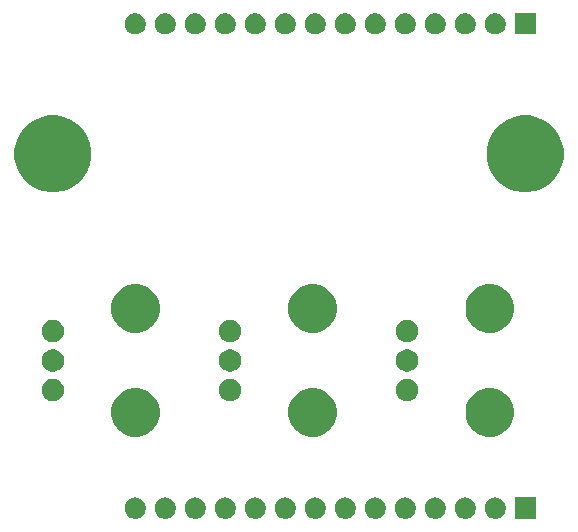
<source format=gbr>
G04 #@! TF.GenerationSoftware,KiCad,Pcbnew,5.1.5*
G04 #@! TF.CreationDate,2020-01-13T20:50:12-05:00*
G04 #@! TF.ProjectId,inputs_addon,696e7075-7473-45f6-9164-646f6e2e6b69,0*
G04 #@! TF.SameCoordinates,Original*
G04 #@! TF.FileFunction,Soldermask,Bot*
G04 #@! TF.FilePolarity,Negative*
%FSLAX46Y46*%
G04 Gerber Fmt 4.6, Leading zero omitted, Abs format (unit mm)*
G04 Created by KiCad (PCBNEW 5.1.5) date 2020-01-13 20:50:12*
%MOMM*%
%LPD*%
G04 APERTURE LIST*
%ADD10C,0.100000*%
G04 APERTURE END LIST*
D10*
G36*
X184953512Y-144103927D02*
G01*
X185102812Y-144133624D01*
X185266784Y-144201544D01*
X185414354Y-144300147D01*
X185539853Y-144425646D01*
X185638456Y-144573216D01*
X185706376Y-144737188D01*
X185741000Y-144911259D01*
X185741000Y-145088741D01*
X185706376Y-145262812D01*
X185638456Y-145426784D01*
X185539853Y-145574354D01*
X185414354Y-145699853D01*
X185266784Y-145798456D01*
X185102812Y-145866376D01*
X184953512Y-145896073D01*
X184928742Y-145901000D01*
X184751258Y-145901000D01*
X184726488Y-145896073D01*
X184577188Y-145866376D01*
X184413216Y-145798456D01*
X184265646Y-145699853D01*
X184140147Y-145574354D01*
X184041544Y-145426784D01*
X183973624Y-145262812D01*
X183939000Y-145088741D01*
X183939000Y-144911259D01*
X183973624Y-144737188D01*
X184041544Y-144573216D01*
X184140147Y-144425646D01*
X184265646Y-144300147D01*
X184413216Y-144201544D01*
X184577188Y-144133624D01*
X184726488Y-144103927D01*
X184751258Y-144099000D01*
X184928742Y-144099000D01*
X184953512Y-144103927D01*
G37*
G36*
X192573512Y-144103927D02*
G01*
X192722812Y-144133624D01*
X192886784Y-144201544D01*
X193034354Y-144300147D01*
X193159853Y-144425646D01*
X193258456Y-144573216D01*
X193326376Y-144737188D01*
X193361000Y-144911259D01*
X193361000Y-145088741D01*
X193326376Y-145262812D01*
X193258456Y-145426784D01*
X193159853Y-145574354D01*
X193034354Y-145699853D01*
X192886784Y-145798456D01*
X192722812Y-145866376D01*
X192573512Y-145896073D01*
X192548742Y-145901000D01*
X192371258Y-145901000D01*
X192346488Y-145896073D01*
X192197188Y-145866376D01*
X192033216Y-145798456D01*
X191885646Y-145699853D01*
X191760147Y-145574354D01*
X191661544Y-145426784D01*
X191593624Y-145262812D01*
X191559000Y-145088741D01*
X191559000Y-144911259D01*
X191593624Y-144737188D01*
X191661544Y-144573216D01*
X191760147Y-144425646D01*
X191885646Y-144300147D01*
X192033216Y-144201544D01*
X192197188Y-144133624D01*
X192346488Y-144103927D01*
X192371258Y-144099000D01*
X192548742Y-144099000D01*
X192573512Y-144103927D01*
G37*
G36*
X195901000Y-145901000D02*
G01*
X194099000Y-145901000D01*
X194099000Y-144099000D01*
X195901000Y-144099000D01*
X195901000Y-145901000D01*
G37*
G36*
X190033512Y-144103927D02*
G01*
X190182812Y-144133624D01*
X190346784Y-144201544D01*
X190494354Y-144300147D01*
X190619853Y-144425646D01*
X190718456Y-144573216D01*
X190786376Y-144737188D01*
X190821000Y-144911259D01*
X190821000Y-145088741D01*
X190786376Y-145262812D01*
X190718456Y-145426784D01*
X190619853Y-145574354D01*
X190494354Y-145699853D01*
X190346784Y-145798456D01*
X190182812Y-145866376D01*
X190033512Y-145896073D01*
X190008742Y-145901000D01*
X189831258Y-145901000D01*
X189806488Y-145896073D01*
X189657188Y-145866376D01*
X189493216Y-145798456D01*
X189345646Y-145699853D01*
X189220147Y-145574354D01*
X189121544Y-145426784D01*
X189053624Y-145262812D01*
X189019000Y-145088741D01*
X189019000Y-144911259D01*
X189053624Y-144737188D01*
X189121544Y-144573216D01*
X189220147Y-144425646D01*
X189345646Y-144300147D01*
X189493216Y-144201544D01*
X189657188Y-144133624D01*
X189806488Y-144103927D01*
X189831258Y-144099000D01*
X190008742Y-144099000D01*
X190033512Y-144103927D01*
G37*
G36*
X187493512Y-144103927D02*
G01*
X187642812Y-144133624D01*
X187806784Y-144201544D01*
X187954354Y-144300147D01*
X188079853Y-144425646D01*
X188178456Y-144573216D01*
X188246376Y-144737188D01*
X188281000Y-144911259D01*
X188281000Y-145088741D01*
X188246376Y-145262812D01*
X188178456Y-145426784D01*
X188079853Y-145574354D01*
X187954354Y-145699853D01*
X187806784Y-145798456D01*
X187642812Y-145866376D01*
X187493512Y-145896073D01*
X187468742Y-145901000D01*
X187291258Y-145901000D01*
X187266488Y-145896073D01*
X187117188Y-145866376D01*
X186953216Y-145798456D01*
X186805646Y-145699853D01*
X186680147Y-145574354D01*
X186581544Y-145426784D01*
X186513624Y-145262812D01*
X186479000Y-145088741D01*
X186479000Y-144911259D01*
X186513624Y-144737188D01*
X186581544Y-144573216D01*
X186680147Y-144425646D01*
X186805646Y-144300147D01*
X186953216Y-144201544D01*
X187117188Y-144133624D01*
X187266488Y-144103927D01*
X187291258Y-144099000D01*
X187468742Y-144099000D01*
X187493512Y-144103927D01*
G37*
G36*
X182413512Y-144103927D02*
G01*
X182562812Y-144133624D01*
X182726784Y-144201544D01*
X182874354Y-144300147D01*
X182999853Y-144425646D01*
X183098456Y-144573216D01*
X183166376Y-144737188D01*
X183201000Y-144911259D01*
X183201000Y-145088741D01*
X183166376Y-145262812D01*
X183098456Y-145426784D01*
X182999853Y-145574354D01*
X182874354Y-145699853D01*
X182726784Y-145798456D01*
X182562812Y-145866376D01*
X182413512Y-145896073D01*
X182388742Y-145901000D01*
X182211258Y-145901000D01*
X182186488Y-145896073D01*
X182037188Y-145866376D01*
X181873216Y-145798456D01*
X181725646Y-145699853D01*
X181600147Y-145574354D01*
X181501544Y-145426784D01*
X181433624Y-145262812D01*
X181399000Y-145088741D01*
X181399000Y-144911259D01*
X181433624Y-144737188D01*
X181501544Y-144573216D01*
X181600147Y-144425646D01*
X181725646Y-144300147D01*
X181873216Y-144201544D01*
X182037188Y-144133624D01*
X182186488Y-144103927D01*
X182211258Y-144099000D01*
X182388742Y-144099000D01*
X182413512Y-144103927D01*
G37*
G36*
X179873512Y-144103927D02*
G01*
X180022812Y-144133624D01*
X180186784Y-144201544D01*
X180334354Y-144300147D01*
X180459853Y-144425646D01*
X180558456Y-144573216D01*
X180626376Y-144737188D01*
X180661000Y-144911259D01*
X180661000Y-145088741D01*
X180626376Y-145262812D01*
X180558456Y-145426784D01*
X180459853Y-145574354D01*
X180334354Y-145699853D01*
X180186784Y-145798456D01*
X180022812Y-145866376D01*
X179873512Y-145896073D01*
X179848742Y-145901000D01*
X179671258Y-145901000D01*
X179646488Y-145896073D01*
X179497188Y-145866376D01*
X179333216Y-145798456D01*
X179185646Y-145699853D01*
X179060147Y-145574354D01*
X178961544Y-145426784D01*
X178893624Y-145262812D01*
X178859000Y-145088741D01*
X178859000Y-144911259D01*
X178893624Y-144737188D01*
X178961544Y-144573216D01*
X179060147Y-144425646D01*
X179185646Y-144300147D01*
X179333216Y-144201544D01*
X179497188Y-144133624D01*
X179646488Y-144103927D01*
X179671258Y-144099000D01*
X179848742Y-144099000D01*
X179873512Y-144103927D01*
G37*
G36*
X177333512Y-144103927D02*
G01*
X177482812Y-144133624D01*
X177646784Y-144201544D01*
X177794354Y-144300147D01*
X177919853Y-144425646D01*
X178018456Y-144573216D01*
X178086376Y-144737188D01*
X178121000Y-144911259D01*
X178121000Y-145088741D01*
X178086376Y-145262812D01*
X178018456Y-145426784D01*
X177919853Y-145574354D01*
X177794354Y-145699853D01*
X177646784Y-145798456D01*
X177482812Y-145866376D01*
X177333512Y-145896073D01*
X177308742Y-145901000D01*
X177131258Y-145901000D01*
X177106488Y-145896073D01*
X176957188Y-145866376D01*
X176793216Y-145798456D01*
X176645646Y-145699853D01*
X176520147Y-145574354D01*
X176421544Y-145426784D01*
X176353624Y-145262812D01*
X176319000Y-145088741D01*
X176319000Y-144911259D01*
X176353624Y-144737188D01*
X176421544Y-144573216D01*
X176520147Y-144425646D01*
X176645646Y-144300147D01*
X176793216Y-144201544D01*
X176957188Y-144133624D01*
X177106488Y-144103927D01*
X177131258Y-144099000D01*
X177308742Y-144099000D01*
X177333512Y-144103927D01*
G37*
G36*
X174793512Y-144103927D02*
G01*
X174942812Y-144133624D01*
X175106784Y-144201544D01*
X175254354Y-144300147D01*
X175379853Y-144425646D01*
X175478456Y-144573216D01*
X175546376Y-144737188D01*
X175581000Y-144911259D01*
X175581000Y-145088741D01*
X175546376Y-145262812D01*
X175478456Y-145426784D01*
X175379853Y-145574354D01*
X175254354Y-145699853D01*
X175106784Y-145798456D01*
X174942812Y-145866376D01*
X174793512Y-145896073D01*
X174768742Y-145901000D01*
X174591258Y-145901000D01*
X174566488Y-145896073D01*
X174417188Y-145866376D01*
X174253216Y-145798456D01*
X174105646Y-145699853D01*
X173980147Y-145574354D01*
X173881544Y-145426784D01*
X173813624Y-145262812D01*
X173779000Y-145088741D01*
X173779000Y-144911259D01*
X173813624Y-144737188D01*
X173881544Y-144573216D01*
X173980147Y-144425646D01*
X174105646Y-144300147D01*
X174253216Y-144201544D01*
X174417188Y-144133624D01*
X174566488Y-144103927D01*
X174591258Y-144099000D01*
X174768742Y-144099000D01*
X174793512Y-144103927D01*
G37*
G36*
X172253512Y-144103927D02*
G01*
X172402812Y-144133624D01*
X172566784Y-144201544D01*
X172714354Y-144300147D01*
X172839853Y-144425646D01*
X172938456Y-144573216D01*
X173006376Y-144737188D01*
X173041000Y-144911259D01*
X173041000Y-145088741D01*
X173006376Y-145262812D01*
X172938456Y-145426784D01*
X172839853Y-145574354D01*
X172714354Y-145699853D01*
X172566784Y-145798456D01*
X172402812Y-145866376D01*
X172253512Y-145896073D01*
X172228742Y-145901000D01*
X172051258Y-145901000D01*
X172026488Y-145896073D01*
X171877188Y-145866376D01*
X171713216Y-145798456D01*
X171565646Y-145699853D01*
X171440147Y-145574354D01*
X171341544Y-145426784D01*
X171273624Y-145262812D01*
X171239000Y-145088741D01*
X171239000Y-144911259D01*
X171273624Y-144737188D01*
X171341544Y-144573216D01*
X171440147Y-144425646D01*
X171565646Y-144300147D01*
X171713216Y-144201544D01*
X171877188Y-144133624D01*
X172026488Y-144103927D01*
X172051258Y-144099000D01*
X172228742Y-144099000D01*
X172253512Y-144103927D01*
G37*
G36*
X169713512Y-144103927D02*
G01*
X169862812Y-144133624D01*
X170026784Y-144201544D01*
X170174354Y-144300147D01*
X170299853Y-144425646D01*
X170398456Y-144573216D01*
X170466376Y-144737188D01*
X170501000Y-144911259D01*
X170501000Y-145088741D01*
X170466376Y-145262812D01*
X170398456Y-145426784D01*
X170299853Y-145574354D01*
X170174354Y-145699853D01*
X170026784Y-145798456D01*
X169862812Y-145866376D01*
X169713512Y-145896073D01*
X169688742Y-145901000D01*
X169511258Y-145901000D01*
X169486488Y-145896073D01*
X169337188Y-145866376D01*
X169173216Y-145798456D01*
X169025646Y-145699853D01*
X168900147Y-145574354D01*
X168801544Y-145426784D01*
X168733624Y-145262812D01*
X168699000Y-145088741D01*
X168699000Y-144911259D01*
X168733624Y-144737188D01*
X168801544Y-144573216D01*
X168900147Y-144425646D01*
X169025646Y-144300147D01*
X169173216Y-144201544D01*
X169337188Y-144133624D01*
X169486488Y-144103927D01*
X169511258Y-144099000D01*
X169688742Y-144099000D01*
X169713512Y-144103927D01*
G37*
G36*
X167173512Y-144103927D02*
G01*
X167322812Y-144133624D01*
X167486784Y-144201544D01*
X167634354Y-144300147D01*
X167759853Y-144425646D01*
X167858456Y-144573216D01*
X167926376Y-144737188D01*
X167961000Y-144911259D01*
X167961000Y-145088741D01*
X167926376Y-145262812D01*
X167858456Y-145426784D01*
X167759853Y-145574354D01*
X167634354Y-145699853D01*
X167486784Y-145798456D01*
X167322812Y-145866376D01*
X167173512Y-145896073D01*
X167148742Y-145901000D01*
X166971258Y-145901000D01*
X166946488Y-145896073D01*
X166797188Y-145866376D01*
X166633216Y-145798456D01*
X166485646Y-145699853D01*
X166360147Y-145574354D01*
X166261544Y-145426784D01*
X166193624Y-145262812D01*
X166159000Y-145088741D01*
X166159000Y-144911259D01*
X166193624Y-144737188D01*
X166261544Y-144573216D01*
X166360147Y-144425646D01*
X166485646Y-144300147D01*
X166633216Y-144201544D01*
X166797188Y-144133624D01*
X166946488Y-144103927D01*
X166971258Y-144099000D01*
X167148742Y-144099000D01*
X167173512Y-144103927D01*
G37*
G36*
X164633512Y-144103927D02*
G01*
X164782812Y-144133624D01*
X164946784Y-144201544D01*
X165094354Y-144300147D01*
X165219853Y-144425646D01*
X165318456Y-144573216D01*
X165386376Y-144737188D01*
X165421000Y-144911259D01*
X165421000Y-145088741D01*
X165386376Y-145262812D01*
X165318456Y-145426784D01*
X165219853Y-145574354D01*
X165094354Y-145699853D01*
X164946784Y-145798456D01*
X164782812Y-145866376D01*
X164633512Y-145896073D01*
X164608742Y-145901000D01*
X164431258Y-145901000D01*
X164406488Y-145896073D01*
X164257188Y-145866376D01*
X164093216Y-145798456D01*
X163945646Y-145699853D01*
X163820147Y-145574354D01*
X163721544Y-145426784D01*
X163653624Y-145262812D01*
X163619000Y-145088741D01*
X163619000Y-144911259D01*
X163653624Y-144737188D01*
X163721544Y-144573216D01*
X163820147Y-144425646D01*
X163945646Y-144300147D01*
X164093216Y-144201544D01*
X164257188Y-144133624D01*
X164406488Y-144103927D01*
X164431258Y-144099000D01*
X164608742Y-144099000D01*
X164633512Y-144103927D01*
G37*
G36*
X162093512Y-144103927D02*
G01*
X162242812Y-144133624D01*
X162406784Y-144201544D01*
X162554354Y-144300147D01*
X162679853Y-144425646D01*
X162778456Y-144573216D01*
X162846376Y-144737188D01*
X162881000Y-144911259D01*
X162881000Y-145088741D01*
X162846376Y-145262812D01*
X162778456Y-145426784D01*
X162679853Y-145574354D01*
X162554354Y-145699853D01*
X162406784Y-145798456D01*
X162242812Y-145866376D01*
X162093512Y-145896073D01*
X162068742Y-145901000D01*
X161891258Y-145901000D01*
X161866488Y-145896073D01*
X161717188Y-145866376D01*
X161553216Y-145798456D01*
X161405646Y-145699853D01*
X161280147Y-145574354D01*
X161181544Y-145426784D01*
X161113624Y-145262812D01*
X161079000Y-145088741D01*
X161079000Y-144911259D01*
X161113624Y-144737188D01*
X161181544Y-144573216D01*
X161280147Y-144425646D01*
X161405646Y-144300147D01*
X161553216Y-144201544D01*
X161717188Y-144133624D01*
X161866488Y-144103927D01*
X161891258Y-144099000D01*
X162068742Y-144099000D01*
X162093512Y-144103927D01*
G37*
G36*
X162598254Y-134927818D02*
G01*
X162971511Y-135082426D01*
X162971513Y-135082427D01*
X163307436Y-135306884D01*
X163593116Y-135592564D01*
X163808196Y-135914453D01*
X163817574Y-135928489D01*
X163972182Y-136301746D01*
X164051000Y-136697993D01*
X164051000Y-137102007D01*
X163972182Y-137498254D01*
X163817574Y-137871511D01*
X163817573Y-137871513D01*
X163593116Y-138207436D01*
X163307436Y-138493116D01*
X162971513Y-138717573D01*
X162971512Y-138717574D01*
X162971511Y-138717574D01*
X162598254Y-138872182D01*
X162202007Y-138951000D01*
X161797993Y-138951000D01*
X161401746Y-138872182D01*
X161028489Y-138717574D01*
X161028488Y-138717574D01*
X161028487Y-138717573D01*
X160692564Y-138493116D01*
X160406884Y-138207436D01*
X160182427Y-137871513D01*
X160182426Y-137871511D01*
X160027818Y-137498254D01*
X159949000Y-137102007D01*
X159949000Y-136697993D01*
X160027818Y-136301746D01*
X160182426Y-135928489D01*
X160191805Y-135914453D01*
X160406884Y-135592564D01*
X160692564Y-135306884D01*
X161028487Y-135082427D01*
X161028489Y-135082426D01*
X161401746Y-134927818D01*
X161797993Y-134849000D01*
X162202007Y-134849000D01*
X162598254Y-134927818D01*
G37*
G36*
X177598254Y-134927818D02*
G01*
X177971511Y-135082426D01*
X177971513Y-135082427D01*
X178307436Y-135306884D01*
X178593116Y-135592564D01*
X178808196Y-135914453D01*
X178817574Y-135928489D01*
X178972182Y-136301746D01*
X179051000Y-136697993D01*
X179051000Y-137102007D01*
X178972182Y-137498254D01*
X178817574Y-137871511D01*
X178817573Y-137871513D01*
X178593116Y-138207436D01*
X178307436Y-138493116D01*
X177971513Y-138717573D01*
X177971512Y-138717574D01*
X177971511Y-138717574D01*
X177598254Y-138872182D01*
X177202007Y-138951000D01*
X176797993Y-138951000D01*
X176401746Y-138872182D01*
X176028489Y-138717574D01*
X176028488Y-138717574D01*
X176028487Y-138717573D01*
X175692564Y-138493116D01*
X175406884Y-138207436D01*
X175182427Y-137871513D01*
X175182426Y-137871511D01*
X175027818Y-137498254D01*
X174949000Y-137102007D01*
X174949000Y-136697993D01*
X175027818Y-136301746D01*
X175182426Y-135928489D01*
X175191805Y-135914453D01*
X175406884Y-135592564D01*
X175692564Y-135306884D01*
X176028487Y-135082427D01*
X176028489Y-135082426D01*
X176401746Y-134927818D01*
X176797993Y-134849000D01*
X177202007Y-134849000D01*
X177598254Y-134927818D01*
G37*
G36*
X192598254Y-134927818D02*
G01*
X192971511Y-135082426D01*
X192971513Y-135082427D01*
X193307436Y-135306884D01*
X193593116Y-135592564D01*
X193808196Y-135914453D01*
X193817574Y-135928489D01*
X193972182Y-136301746D01*
X194051000Y-136697993D01*
X194051000Y-137102007D01*
X193972182Y-137498254D01*
X193817574Y-137871511D01*
X193817573Y-137871513D01*
X193593116Y-138207436D01*
X193307436Y-138493116D01*
X192971513Y-138717573D01*
X192971512Y-138717574D01*
X192971511Y-138717574D01*
X192598254Y-138872182D01*
X192202007Y-138951000D01*
X191797993Y-138951000D01*
X191401746Y-138872182D01*
X191028489Y-138717574D01*
X191028488Y-138717574D01*
X191028487Y-138717573D01*
X190692564Y-138493116D01*
X190406884Y-138207436D01*
X190182427Y-137871513D01*
X190182426Y-137871511D01*
X190027818Y-137498254D01*
X189949000Y-137102007D01*
X189949000Y-136697993D01*
X190027818Y-136301746D01*
X190182426Y-135928489D01*
X190191805Y-135914453D01*
X190406884Y-135592564D01*
X190692564Y-135306884D01*
X191028487Y-135082427D01*
X191028489Y-135082426D01*
X191401746Y-134927818D01*
X191797993Y-134849000D01*
X192202007Y-134849000D01*
X192598254Y-134927818D01*
G37*
G36*
X185277395Y-134085546D02*
G01*
X185450466Y-134157234D01*
X185450467Y-134157235D01*
X185606227Y-134261310D01*
X185738690Y-134393773D01*
X185738691Y-134393775D01*
X185842766Y-134549534D01*
X185914454Y-134722605D01*
X185951000Y-134906333D01*
X185951000Y-135093667D01*
X185914454Y-135277395D01*
X185842766Y-135450466D01*
X185842765Y-135450467D01*
X185738690Y-135606227D01*
X185606227Y-135738690D01*
X185527818Y-135791081D01*
X185450466Y-135842766D01*
X185277395Y-135914454D01*
X185093667Y-135951000D01*
X184906333Y-135951000D01*
X184722605Y-135914454D01*
X184549534Y-135842766D01*
X184472182Y-135791081D01*
X184393773Y-135738690D01*
X184261310Y-135606227D01*
X184157235Y-135450467D01*
X184157234Y-135450466D01*
X184085546Y-135277395D01*
X184049000Y-135093667D01*
X184049000Y-134906333D01*
X184085546Y-134722605D01*
X184157234Y-134549534D01*
X184261309Y-134393775D01*
X184261310Y-134393773D01*
X184393773Y-134261310D01*
X184549533Y-134157235D01*
X184549534Y-134157234D01*
X184722605Y-134085546D01*
X184906333Y-134049000D01*
X185093667Y-134049000D01*
X185277395Y-134085546D01*
G37*
G36*
X170277395Y-134085546D02*
G01*
X170450466Y-134157234D01*
X170450467Y-134157235D01*
X170606227Y-134261310D01*
X170738690Y-134393773D01*
X170738691Y-134393775D01*
X170842766Y-134549534D01*
X170914454Y-134722605D01*
X170951000Y-134906333D01*
X170951000Y-135093667D01*
X170914454Y-135277395D01*
X170842766Y-135450466D01*
X170842765Y-135450467D01*
X170738690Y-135606227D01*
X170606227Y-135738690D01*
X170527818Y-135791081D01*
X170450466Y-135842766D01*
X170277395Y-135914454D01*
X170093667Y-135951000D01*
X169906333Y-135951000D01*
X169722605Y-135914454D01*
X169549534Y-135842766D01*
X169472182Y-135791081D01*
X169393773Y-135738690D01*
X169261310Y-135606227D01*
X169157235Y-135450467D01*
X169157234Y-135450466D01*
X169085546Y-135277395D01*
X169049000Y-135093667D01*
X169049000Y-134906333D01*
X169085546Y-134722605D01*
X169157234Y-134549534D01*
X169261309Y-134393775D01*
X169261310Y-134393773D01*
X169393773Y-134261310D01*
X169549533Y-134157235D01*
X169549534Y-134157234D01*
X169722605Y-134085546D01*
X169906333Y-134049000D01*
X170093667Y-134049000D01*
X170277395Y-134085546D01*
G37*
G36*
X155277395Y-134085546D02*
G01*
X155450466Y-134157234D01*
X155450467Y-134157235D01*
X155606227Y-134261310D01*
X155738690Y-134393773D01*
X155738691Y-134393775D01*
X155842766Y-134549534D01*
X155914454Y-134722605D01*
X155951000Y-134906333D01*
X155951000Y-135093667D01*
X155914454Y-135277395D01*
X155842766Y-135450466D01*
X155842765Y-135450467D01*
X155738690Y-135606227D01*
X155606227Y-135738690D01*
X155527818Y-135791081D01*
X155450466Y-135842766D01*
X155277395Y-135914454D01*
X155093667Y-135951000D01*
X154906333Y-135951000D01*
X154722605Y-135914454D01*
X154549534Y-135842766D01*
X154472182Y-135791081D01*
X154393773Y-135738690D01*
X154261310Y-135606227D01*
X154157235Y-135450467D01*
X154157234Y-135450466D01*
X154085546Y-135277395D01*
X154049000Y-135093667D01*
X154049000Y-134906333D01*
X154085546Y-134722605D01*
X154157234Y-134549534D01*
X154261309Y-134393775D01*
X154261310Y-134393773D01*
X154393773Y-134261310D01*
X154549533Y-134157235D01*
X154549534Y-134157234D01*
X154722605Y-134085546D01*
X154906333Y-134049000D01*
X155093667Y-134049000D01*
X155277395Y-134085546D01*
G37*
G36*
X155277395Y-131585546D02*
G01*
X155450466Y-131657234D01*
X155450467Y-131657235D01*
X155606227Y-131761310D01*
X155738690Y-131893773D01*
X155738691Y-131893775D01*
X155842766Y-132049534D01*
X155914454Y-132222605D01*
X155951000Y-132406333D01*
X155951000Y-132593667D01*
X155914454Y-132777395D01*
X155842766Y-132950466D01*
X155842765Y-132950467D01*
X155738690Y-133106227D01*
X155606227Y-133238690D01*
X155527818Y-133291081D01*
X155450466Y-133342766D01*
X155277395Y-133414454D01*
X155093667Y-133451000D01*
X154906333Y-133451000D01*
X154722605Y-133414454D01*
X154549534Y-133342766D01*
X154472182Y-133291081D01*
X154393773Y-133238690D01*
X154261310Y-133106227D01*
X154157235Y-132950467D01*
X154157234Y-132950466D01*
X154085546Y-132777395D01*
X154049000Y-132593667D01*
X154049000Y-132406333D01*
X154085546Y-132222605D01*
X154157234Y-132049534D01*
X154261309Y-131893775D01*
X154261310Y-131893773D01*
X154393773Y-131761310D01*
X154549533Y-131657235D01*
X154549534Y-131657234D01*
X154722605Y-131585546D01*
X154906333Y-131549000D01*
X155093667Y-131549000D01*
X155277395Y-131585546D01*
G37*
G36*
X185277395Y-131585546D02*
G01*
X185450466Y-131657234D01*
X185450467Y-131657235D01*
X185606227Y-131761310D01*
X185738690Y-131893773D01*
X185738691Y-131893775D01*
X185842766Y-132049534D01*
X185914454Y-132222605D01*
X185951000Y-132406333D01*
X185951000Y-132593667D01*
X185914454Y-132777395D01*
X185842766Y-132950466D01*
X185842765Y-132950467D01*
X185738690Y-133106227D01*
X185606227Y-133238690D01*
X185527818Y-133291081D01*
X185450466Y-133342766D01*
X185277395Y-133414454D01*
X185093667Y-133451000D01*
X184906333Y-133451000D01*
X184722605Y-133414454D01*
X184549534Y-133342766D01*
X184472182Y-133291081D01*
X184393773Y-133238690D01*
X184261310Y-133106227D01*
X184157235Y-132950467D01*
X184157234Y-132950466D01*
X184085546Y-132777395D01*
X184049000Y-132593667D01*
X184049000Y-132406333D01*
X184085546Y-132222605D01*
X184157234Y-132049534D01*
X184261309Y-131893775D01*
X184261310Y-131893773D01*
X184393773Y-131761310D01*
X184549533Y-131657235D01*
X184549534Y-131657234D01*
X184722605Y-131585546D01*
X184906333Y-131549000D01*
X185093667Y-131549000D01*
X185277395Y-131585546D01*
G37*
G36*
X170277395Y-131585546D02*
G01*
X170450466Y-131657234D01*
X170450467Y-131657235D01*
X170606227Y-131761310D01*
X170738690Y-131893773D01*
X170738691Y-131893775D01*
X170842766Y-132049534D01*
X170914454Y-132222605D01*
X170951000Y-132406333D01*
X170951000Y-132593667D01*
X170914454Y-132777395D01*
X170842766Y-132950466D01*
X170842765Y-132950467D01*
X170738690Y-133106227D01*
X170606227Y-133238690D01*
X170527818Y-133291081D01*
X170450466Y-133342766D01*
X170277395Y-133414454D01*
X170093667Y-133451000D01*
X169906333Y-133451000D01*
X169722605Y-133414454D01*
X169549534Y-133342766D01*
X169472182Y-133291081D01*
X169393773Y-133238690D01*
X169261310Y-133106227D01*
X169157235Y-132950467D01*
X169157234Y-132950466D01*
X169085546Y-132777395D01*
X169049000Y-132593667D01*
X169049000Y-132406333D01*
X169085546Y-132222605D01*
X169157234Y-132049534D01*
X169261309Y-131893775D01*
X169261310Y-131893773D01*
X169393773Y-131761310D01*
X169549533Y-131657235D01*
X169549534Y-131657234D01*
X169722605Y-131585546D01*
X169906333Y-131549000D01*
X170093667Y-131549000D01*
X170277395Y-131585546D01*
G37*
G36*
X185277395Y-129085546D02*
G01*
X185450466Y-129157234D01*
X185450467Y-129157235D01*
X185606227Y-129261310D01*
X185738690Y-129393773D01*
X185738691Y-129393775D01*
X185842766Y-129549534D01*
X185914454Y-129722605D01*
X185951000Y-129906333D01*
X185951000Y-130093667D01*
X185914454Y-130277395D01*
X185842766Y-130450466D01*
X185842765Y-130450467D01*
X185738690Y-130606227D01*
X185606227Y-130738690D01*
X185527818Y-130791081D01*
X185450466Y-130842766D01*
X185277395Y-130914454D01*
X185093667Y-130951000D01*
X184906333Y-130951000D01*
X184722605Y-130914454D01*
X184549534Y-130842766D01*
X184472182Y-130791081D01*
X184393773Y-130738690D01*
X184261310Y-130606227D01*
X184157235Y-130450467D01*
X184157234Y-130450466D01*
X184085546Y-130277395D01*
X184049000Y-130093667D01*
X184049000Y-129906333D01*
X184085546Y-129722605D01*
X184157234Y-129549534D01*
X184261309Y-129393775D01*
X184261310Y-129393773D01*
X184393773Y-129261310D01*
X184549533Y-129157235D01*
X184549534Y-129157234D01*
X184722605Y-129085546D01*
X184906333Y-129049000D01*
X185093667Y-129049000D01*
X185277395Y-129085546D01*
G37*
G36*
X170277395Y-129085546D02*
G01*
X170450466Y-129157234D01*
X170450467Y-129157235D01*
X170606227Y-129261310D01*
X170738690Y-129393773D01*
X170738691Y-129393775D01*
X170842766Y-129549534D01*
X170914454Y-129722605D01*
X170951000Y-129906333D01*
X170951000Y-130093667D01*
X170914454Y-130277395D01*
X170842766Y-130450466D01*
X170842765Y-130450467D01*
X170738690Y-130606227D01*
X170606227Y-130738690D01*
X170527818Y-130791081D01*
X170450466Y-130842766D01*
X170277395Y-130914454D01*
X170093667Y-130951000D01*
X169906333Y-130951000D01*
X169722605Y-130914454D01*
X169549534Y-130842766D01*
X169472182Y-130791081D01*
X169393773Y-130738690D01*
X169261310Y-130606227D01*
X169157235Y-130450467D01*
X169157234Y-130450466D01*
X169085546Y-130277395D01*
X169049000Y-130093667D01*
X169049000Y-129906333D01*
X169085546Y-129722605D01*
X169157234Y-129549534D01*
X169261309Y-129393775D01*
X169261310Y-129393773D01*
X169393773Y-129261310D01*
X169549533Y-129157235D01*
X169549534Y-129157234D01*
X169722605Y-129085546D01*
X169906333Y-129049000D01*
X170093667Y-129049000D01*
X170277395Y-129085546D01*
G37*
G36*
X155277395Y-129085546D02*
G01*
X155450466Y-129157234D01*
X155450467Y-129157235D01*
X155606227Y-129261310D01*
X155738690Y-129393773D01*
X155738691Y-129393775D01*
X155842766Y-129549534D01*
X155914454Y-129722605D01*
X155951000Y-129906333D01*
X155951000Y-130093667D01*
X155914454Y-130277395D01*
X155842766Y-130450466D01*
X155842765Y-130450467D01*
X155738690Y-130606227D01*
X155606227Y-130738690D01*
X155527818Y-130791081D01*
X155450466Y-130842766D01*
X155277395Y-130914454D01*
X155093667Y-130951000D01*
X154906333Y-130951000D01*
X154722605Y-130914454D01*
X154549534Y-130842766D01*
X154472182Y-130791081D01*
X154393773Y-130738690D01*
X154261310Y-130606227D01*
X154157235Y-130450467D01*
X154157234Y-130450466D01*
X154085546Y-130277395D01*
X154049000Y-130093667D01*
X154049000Y-129906333D01*
X154085546Y-129722605D01*
X154157234Y-129549534D01*
X154261309Y-129393775D01*
X154261310Y-129393773D01*
X154393773Y-129261310D01*
X154549533Y-129157235D01*
X154549534Y-129157234D01*
X154722605Y-129085546D01*
X154906333Y-129049000D01*
X155093667Y-129049000D01*
X155277395Y-129085546D01*
G37*
G36*
X177598254Y-126127818D02*
G01*
X177971511Y-126282426D01*
X177971513Y-126282427D01*
X178307436Y-126506884D01*
X178593116Y-126792564D01*
X178817574Y-127128489D01*
X178972182Y-127501746D01*
X179051000Y-127897993D01*
X179051000Y-128302007D01*
X178972182Y-128698254D01*
X178826898Y-129049000D01*
X178817573Y-129071513D01*
X178593116Y-129407436D01*
X178307436Y-129693116D01*
X177971513Y-129917573D01*
X177971512Y-129917574D01*
X177971511Y-129917574D01*
X177598254Y-130072182D01*
X177202007Y-130151000D01*
X176797993Y-130151000D01*
X176401746Y-130072182D01*
X176028489Y-129917574D01*
X176028488Y-129917574D01*
X176028487Y-129917573D01*
X175692564Y-129693116D01*
X175406884Y-129407436D01*
X175182427Y-129071513D01*
X175173102Y-129049000D01*
X175027818Y-128698254D01*
X174949000Y-128302007D01*
X174949000Y-127897993D01*
X175027818Y-127501746D01*
X175182426Y-127128489D01*
X175406884Y-126792564D01*
X175692564Y-126506884D01*
X176028487Y-126282427D01*
X176028489Y-126282426D01*
X176401746Y-126127818D01*
X176797993Y-126049000D01*
X177202007Y-126049000D01*
X177598254Y-126127818D01*
G37*
G36*
X192598254Y-126127818D02*
G01*
X192971511Y-126282426D01*
X192971513Y-126282427D01*
X193307436Y-126506884D01*
X193593116Y-126792564D01*
X193817574Y-127128489D01*
X193972182Y-127501746D01*
X194051000Y-127897993D01*
X194051000Y-128302007D01*
X193972182Y-128698254D01*
X193826898Y-129049000D01*
X193817573Y-129071513D01*
X193593116Y-129407436D01*
X193307436Y-129693116D01*
X192971513Y-129917573D01*
X192971512Y-129917574D01*
X192971511Y-129917574D01*
X192598254Y-130072182D01*
X192202007Y-130151000D01*
X191797993Y-130151000D01*
X191401746Y-130072182D01*
X191028489Y-129917574D01*
X191028488Y-129917574D01*
X191028487Y-129917573D01*
X190692564Y-129693116D01*
X190406884Y-129407436D01*
X190182427Y-129071513D01*
X190173102Y-129049000D01*
X190027818Y-128698254D01*
X189949000Y-128302007D01*
X189949000Y-127897993D01*
X190027818Y-127501746D01*
X190182426Y-127128489D01*
X190406884Y-126792564D01*
X190692564Y-126506884D01*
X191028487Y-126282427D01*
X191028489Y-126282426D01*
X191401746Y-126127818D01*
X191797993Y-126049000D01*
X192202007Y-126049000D01*
X192598254Y-126127818D01*
G37*
G36*
X162598254Y-126127818D02*
G01*
X162971511Y-126282426D01*
X162971513Y-126282427D01*
X163307436Y-126506884D01*
X163593116Y-126792564D01*
X163817574Y-127128489D01*
X163972182Y-127501746D01*
X164051000Y-127897993D01*
X164051000Y-128302007D01*
X163972182Y-128698254D01*
X163826898Y-129049000D01*
X163817573Y-129071513D01*
X163593116Y-129407436D01*
X163307436Y-129693116D01*
X162971513Y-129917573D01*
X162971512Y-129917574D01*
X162971511Y-129917574D01*
X162598254Y-130072182D01*
X162202007Y-130151000D01*
X161797993Y-130151000D01*
X161401746Y-130072182D01*
X161028489Y-129917574D01*
X161028488Y-129917574D01*
X161028487Y-129917573D01*
X160692564Y-129693116D01*
X160406884Y-129407436D01*
X160182427Y-129071513D01*
X160173102Y-129049000D01*
X160027818Y-128698254D01*
X159949000Y-128302007D01*
X159949000Y-127897993D01*
X160027818Y-127501746D01*
X160182426Y-127128489D01*
X160406884Y-126792564D01*
X160692564Y-126506884D01*
X161028487Y-126282427D01*
X161028489Y-126282426D01*
X161401746Y-126127818D01*
X161797993Y-126049000D01*
X162202007Y-126049000D01*
X162598254Y-126127818D01*
G37*
G36*
X195634239Y-111811467D02*
G01*
X195948282Y-111873934D01*
X196539926Y-112119001D01*
X197072392Y-112474784D01*
X197525216Y-112927608D01*
X197880999Y-113460074D01*
X198126066Y-114051718D01*
X198251000Y-114679804D01*
X198251000Y-115320196D01*
X198126066Y-115948282D01*
X197880999Y-116539926D01*
X197525216Y-117072392D01*
X197072392Y-117525216D01*
X196539926Y-117880999D01*
X195948282Y-118126066D01*
X195634239Y-118188533D01*
X195320197Y-118251000D01*
X194679803Y-118251000D01*
X194365761Y-118188533D01*
X194051718Y-118126066D01*
X193460074Y-117880999D01*
X192927608Y-117525216D01*
X192474784Y-117072392D01*
X192119001Y-116539926D01*
X191873934Y-115948282D01*
X191749000Y-115320196D01*
X191749000Y-114679804D01*
X191873934Y-114051718D01*
X192119001Y-113460074D01*
X192474784Y-112927608D01*
X192927608Y-112474784D01*
X193460074Y-112119001D01*
X194051718Y-111873934D01*
X194365761Y-111811467D01*
X194679803Y-111749000D01*
X195320197Y-111749000D01*
X195634239Y-111811467D01*
G37*
G36*
X155634239Y-111811467D02*
G01*
X155948282Y-111873934D01*
X156539926Y-112119001D01*
X157072392Y-112474784D01*
X157525216Y-112927608D01*
X157880999Y-113460074D01*
X158126066Y-114051718D01*
X158251000Y-114679804D01*
X158251000Y-115320196D01*
X158126066Y-115948282D01*
X157880999Y-116539926D01*
X157525216Y-117072392D01*
X157072392Y-117525216D01*
X156539926Y-117880999D01*
X155948282Y-118126066D01*
X155634239Y-118188533D01*
X155320197Y-118251000D01*
X154679803Y-118251000D01*
X154365761Y-118188533D01*
X154051718Y-118126066D01*
X153460074Y-117880999D01*
X152927608Y-117525216D01*
X152474784Y-117072392D01*
X152119001Y-116539926D01*
X151873934Y-115948282D01*
X151749000Y-115320196D01*
X151749000Y-114679804D01*
X151873934Y-114051718D01*
X152119001Y-113460074D01*
X152474784Y-112927608D01*
X152927608Y-112474784D01*
X153460074Y-112119001D01*
X154051718Y-111873934D01*
X154365761Y-111811467D01*
X154679803Y-111749000D01*
X155320197Y-111749000D01*
X155634239Y-111811467D01*
G37*
G36*
X167173512Y-103103927D02*
G01*
X167322812Y-103133624D01*
X167486784Y-103201544D01*
X167634354Y-103300147D01*
X167759853Y-103425646D01*
X167858456Y-103573216D01*
X167926376Y-103737188D01*
X167961000Y-103911259D01*
X167961000Y-104088741D01*
X167926376Y-104262812D01*
X167858456Y-104426784D01*
X167759853Y-104574354D01*
X167634354Y-104699853D01*
X167486784Y-104798456D01*
X167322812Y-104866376D01*
X167173512Y-104896073D01*
X167148742Y-104901000D01*
X166971258Y-104901000D01*
X166946488Y-104896073D01*
X166797188Y-104866376D01*
X166633216Y-104798456D01*
X166485646Y-104699853D01*
X166360147Y-104574354D01*
X166261544Y-104426784D01*
X166193624Y-104262812D01*
X166159000Y-104088741D01*
X166159000Y-103911259D01*
X166193624Y-103737188D01*
X166261544Y-103573216D01*
X166360147Y-103425646D01*
X166485646Y-103300147D01*
X166633216Y-103201544D01*
X166797188Y-103133624D01*
X166946488Y-103103927D01*
X166971258Y-103099000D01*
X167148742Y-103099000D01*
X167173512Y-103103927D01*
G37*
G36*
X162093512Y-103103927D02*
G01*
X162242812Y-103133624D01*
X162406784Y-103201544D01*
X162554354Y-103300147D01*
X162679853Y-103425646D01*
X162778456Y-103573216D01*
X162846376Y-103737188D01*
X162881000Y-103911259D01*
X162881000Y-104088741D01*
X162846376Y-104262812D01*
X162778456Y-104426784D01*
X162679853Y-104574354D01*
X162554354Y-104699853D01*
X162406784Y-104798456D01*
X162242812Y-104866376D01*
X162093512Y-104896073D01*
X162068742Y-104901000D01*
X161891258Y-104901000D01*
X161866488Y-104896073D01*
X161717188Y-104866376D01*
X161553216Y-104798456D01*
X161405646Y-104699853D01*
X161280147Y-104574354D01*
X161181544Y-104426784D01*
X161113624Y-104262812D01*
X161079000Y-104088741D01*
X161079000Y-103911259D01*
X161113624Y-103737188D01*
X161181544Y-103573216D01*
X161280147Y-103425646D01*
X161405646Y-103300147D01*
X161553216Y-103201544D01*
X161717188Y-103133624D01*
X161866488Y-103103927D01*
X161891258Y-103099000D01*
X162068742Y-103099000D01*
X162093512Y-103103927D01*
G37*
G36*
X164633512Y-103103927D02*
G01*
X164782812Y-103133624D01*
X164946784Y-103201544D01*
X165094354Y-103300147D01*
X165219853Y-103425646D01*
X165318456Y-103573216D01*
X165386376Y-103737188D01*
X165421000Y-103911259D01*
X165421000Y-104088741D01*
X165386376Y-104262812D01*
X165318456Y-104426784D01*
X165219853Y-104574354D01*
X165094354Y-104699853D01*
X164946784Y-104798456D01*
X164782812Y-104866376D01*
X164633512Y-104896073D01*
X164608742Y-104901000D01*
X164431258Y-104901000D01*
X164406488Y-104896073D01*
X164257188Y-104866376D01*
X164093216Y-104798456D01*
X163945646Y-104699853D01*
X163820147Y-104574354D01*
X163721544Y-104426784D01*
X163653624Y-104262812D01*
X163619000Y-104088741D01*
X163619000Y-103911259D01*
X163653624Y-103737188D01*
X163721544Y-103573216D01*
X163820147Y-103425646D01*
X163945646Y-103300147D01*
X164093216Y-103201544D01*
X164257188Y-103133624D01*
X164406488Y-103103927D01*
X164431258Y-103099000D01*
X164608742Y-103099000D01*
X164633512Y-103103927D01*
G37*
G36*
X174793512Y-103103927D02*
G01*
X174942812Y-103133624D01*
X175106784Y-103201544D01*
X175254354Y-103300147D01*
X175379853Y-103425646D01*
X175478456Y-103573216D01*
X175546376Y-103737188D01*
X175581000Y-103911259D01*
X175581000Y-104088741D01*
X175546376Y-104262812D01*
X175478456Y-104426784D01*
X175379853Y-104574354D01*
X175254354Y-104699853D01*
X175106784Y-104798456D01*
X174942812Y-104866376D01*
X174793512Y-104896073D01*
X174768742Y-104901000D01*
X174591258Y-104901000D01*
X174566488Y-104896073D01*
X174417188Y-104866376D01*
X174253216Y-104798456D01*
X174105646Y-104699853D01*
X173980147Y-104574354D01*
X173881544Y-104426784D01*
X173813624Y-104262812D01*
X173779000Y-104088741D01*
X173779000Y-103911259D01*
X173813624Y-103737188D01*
X173881544Y-103573216D01*
X173980147Y-103425646D01*
X174105646Y-103300147D01*
X174253216Y-103201544D01*
X174417188Y-103133624D01*
X174566488Y-103103927D01*
X174591258Y-103099000D01*
X174768742Y-103099000D01*
X174793512Y-103103927D01*
G37*
G36*
X169713512Y-103103927D02*
G01*
X169862812Y-103133624D01*
X170026784Y-103201544D01*
X170174354Y-103300147D01*
X170299853Y-103425646D01*
X170398456Y-103573216D01*
X170466376Y-103737188D01*
X170501000Y-103911259D01*
X170501000Y-104088741D01*
X170466376Y-104262812D01*
X170398456Y-104426784D01*
X170299853Y-104574354D01*
X170174354Y-104699853D01*
X170026784Y-104798456D01*
X169862812Y-104866376D01*
X169713512Y-104896073D01*
X169688742Y-104901000D01*
X169511258Y-104901000D01*
X169486488Y-104896073D01*
X169337188Y-104866376D01*
X169173216Y-104798456D01*
X169025646Y-104699853D01*
X168900147Y-104574354D01*
X168801544Y-104426784D01*
X168733624Y-104262812D01*
X168699000Y-104088741D01*
X168699000Y-103911259D01*
X168733624Y-103737188D01*
X168801544Y-103573216D01*
X168900147Y-103425646D01*
X169025646Y-103300147D01*
X169173216Y-103201544D01*
X169337188Y-103133624D01*
X169486488Y-103103927D01*
X169511258Y-103099000D01*
X169688742Y-103099000D01*
X169713512Y-103103927D01*
G37*
G36*
X195901000Y-104901000D02*
G01*
X194099000Y-104901000D01*
X194099000Y-103099000D01*
X195901000Y-103099000D01*
X195901000Y-104901000D01*
G37*
G36*
X192573512Y-103103927D02*
G01*
X192722812Y-103133624D01*
X192886784Y-103201544D01*
X193034354Y-103300147D01*
X193159853Y-103425646D01*
X193258456Y-103573216D01*
X193326376Y-103737188D01*
X193361000Y-103911259D01*
X193361000Y-104088741D01*
X193326376Y-104262812D01*
X193258456Y-104426784D01*
X193159853Y-104574354D01*
X193034354Y-104699853D01*
X192886784Y-104798456D01*
X192722812Y-104866376D01*
X192573512Y-104896073D01*
X192548742Y-104901000D01*
X192371258Y-104901000D01*
X192346488Y-104896073D01*
X192197188Y-104866376D01*
X192033216Y-104798456D01*
X191885646Y-104699853D01*
X191760147Y-104574354D01*
X191661544Y-104426784D01*
X191593624Y-104262812D01*
X191559000Y-104088741D01*
X191559000Y-103911259D01*
X191593624Y-103737188D01*
X191661544Y-103573216D01*
X191760147Y-103425646D01*
X191885646Y-103300147D01*
X192033216Y-103201544D01*
X192197188Y-103133624D01*
X192346488Y-103103927D01*
X192371258Y-103099000D01*
X192548742Y-103099000D01*
X192573512Y-103103927D01*
G37*
G36*
X190033512Y-103103927D02*
G01*
X190182812Y-103133624D01*
X190346784Y-103201544D01*
X190494354Y-103300147D01*
X190619853Y-103425646D01*
X190718456Y-103573216D01*
X190786376Y-103737188D01*
X190821000Y-103911259D01*
X190821000Y-104088741D01*
X190786376Y-104262812D01*
X190718456Y-104426784D01*
X190619853Y-104574354D01*
X190494354Y-104699853D01*
X190346784Y-104798456D01*
X190182812Y-104866376D01*
X190033512Y-104896073D01*
X190008742Y-104901000D01*
X189831258Y-104901000D01*
X189806488Y-104896073D01*
X189657188Y-104866376D01*
X189493216Y-104798456D01*
X189345646Y-104699853D01*
X189220147Y-104574354D01*
X189121544Y-104426784D01*
X189053624Y-104262812D01*
X189019000Y-104088741D01*
X189019000Y-103911259D01*
X189053624Y-103737188D01*
X189121544Y-103573216D01*
X189220147Y-103425646D01*
X189345646Y-103300147D01*
X189493216Y-103201544D01*
X189657188Y-103133624D01*
X189806488Y-103103927D01*
X189831258Y-103099000D01*
X190008742Y-103099000D01*
X190033512Y-103103927D01*
G37*
G36*
X187493512Y-103103927D02*
G01*
X187642812Y-103133624D01*
X187806784Y-103201544D01*
X187954354Y-103300147D01*
X188079853Y-103425646D01*
X188178456Y-103573216D01*
X188246376Y-103737188D01*
X188281000Y-103911259D01*
X188281000Y-104088741D01*
X188246376Y-104262812D01*
X188178456Y-104426784D01*
X188079853Y-104574354D01*
X187954354Y-104699853D01*
X187806784Y-104798456D01*
X187642812Y-104866376D01*
X187493512Y-104896073D01*
X187468742Y-104901000D01*
X187291258Y-104901000D01*
X187266488Y-104896073D01*
X187117188Y-104866376D01*
X186953216Y-104798456D01*
X186805646Y-104699853D01*
X186680147Y-104574354D01*
X186581544Y-104426784D01*
X186513624Y-104262812D01*
X186479000Y-104088741D01*
X186479000Y-103911259D01*
X186513624Y-103737188D01*
X186581544Y-103573216D01*
X186680147Y-103425646D01*
X186805646Y-103300147D01*
X186953216Y-103201544D01*
X187117188Y-103133624D01*
X187266488Y-103103927D01*
X187291258Y-103099000D01*
X187468742Y-103099000D01*
X187493512Y-103103927D01*
G37*
G36*
X184953512Y-103103927D02*
G01*
X185102812Y-103133624D01*
X185266784Y-103201544D01*
X185414354Y-103300147D01*
X185539853Y-103425646D01*
X185638456Y-103573216D01*
X185706376Y-103737188D01*
X185741000Y-103911259D01*
X185741000Y-104088741D01*
X185706376Y-104262812D01*
X185638456Y-104426784D01*
X185539853Y-104574354D01*
X185414354Y-104699853D01*
X185266784Y-104798456D01*
X185102812Y-104866376D01*
X184953512Y-104896073D01*
X184928742Y-104901000D01*
X184751258Y-104901000D01*
X184726488Y-104896073D01*
X184577188Y-104866376D01*
X184413216Y-104798456D01*
X184265646Y-104699853D01*
X184140147Y-104574354D01*
X184041544Y-104426784D01*
X183973624Y-104262812D01*
X183939000Y-104088741D01*
X183939000Y-103911259D01*
X183973624Y-103737188D01*
X184041544Y-103573216D01*
X184140147Y-103425646D01*
X184265646Y-103300147D01*
X184413216Y-103201544D01*
X184577188Y-103133624D01*
X184726488Y-103103927D01*
X184751258Y-103099000D01*
X184928742Y-103099000D01*
X184953512Y-103103927D01*
G37*
G36*
X182413512Y-103103927D02*
G01*
X182562812Y-103133624D01*
X182726784Y-103201544D01*
X182874354Y-103300147D01*
X182999853Y-103425646D01*
X183098456Y-103573216D01*
X183166376Y-103737188D01*
X183201000Y-103911259D01*
X183201000Y-104088741D01*
X183166376Y-104262812D01*
X183098456Y-104426784D01*
X182999853Y-104574354D01*
X182874354Y-104699853D01*
X182726784Y-104798456D01*
X182562812Y-104866376D01*
X182413512Y-104896073D01*
X182388742Y-104901000D01*
X182211258Y-104901000D01*
X182186488Y-104896073D01*
X182037188Y-104866376D01*
X181873216Y-104798456D01*
X181725646Y-104699853D01*
X181600147Y-104574354D01*
X181501544Y-104426784D01*
X181433624Y-104262812D01*
X181399000Y-104088741D01*
X181399000Y-103911259D01*
X181433624Y-103737188D01*
X181501544Y-103573216D01*
X181600147Y-103425646D01*
X181725646Y-103300147D01*
X181873216Y-103201544D01*
X182037188Y-103133624D01*
X182186488Y-103103927D01*
X182211258Y-103099000D01*
X182388742Y-103099000D01*
X182413512Y-103103927D01*
G37*
G36*
X179873512Y-103103927D02*
G01*
X180022812Y-103133624D01*
X180186784Y-103201544D01*
X180334354Y-103300147D01*
X180459853Y-103425646D01*
X180558456Y-103573216D01*
X180626376Y-103737188D01*
X180661000Y-103911259D01*
X180661000Y-104088741D01*
X180626376Y-104262812D01*
X180558456Y-104426784D01*
X180459853Y-104574354D01*
X180334354Y-104699853D01*
X180186784Y-104798456D01*
X180022812Y-104866376D01*
X179873512Y-104896073D01*
X179848742Y-104901000D01*
X179671258Y-104901000D01*
X179646488Y-104896073D01*
X179497188Y-104866376D01*
X179333216Y-104798456D01*
X179185646Y-104699853D01*
X179060147Y-104574354D01*
X178961544Y-104426784D01*
X178893624Y-104262812D01*
X178859000Y-104088741D01*
X178859000Y-103911259D01*
X178893624Y-103737188D01*
X178961544Y-103573216D01*
X179060147Y-103425646D01*
X179185646Y-103300147D01*
X179333216Y-103201544D01*
X179497188Y-103133624D01*
X179646488Y-103103927D01*
X179671258Y-103099000D01*
X179848742Y-103099000D01*
X179873512Y-103103927D01*
G37*
G36*
X172253512Y-103103927D02*
G01*
X172402812Y-103133624D01*
X172566784Y-103201544D01*
X172714354Y-103300147D01*
X172839853Y-103425646D01*
X172938456Y-103573216D01*
X173006376Y-103737188D01*
X173041000Y-103911259D01*
X173041000Y-104088741D01*
X173006376Y-104262812D01*
X172938456Y-104426784D01*
X172839853Y-104574354D01*
X172714354Y-104699853D01*
X172566784Y-104798456D01*
X172402812Y-104866376D01*
X172253512Y-104896073D01*
X172228742Y-104901000D01*
X172051258Y-104901000D01*
X172026488Y-104896073D01*
X171877188Y-104866376D01*
X171713216Y-104798456D01*
X171565646Y-104699853D01*
X171440147Y-104574354D01*
X171341544Y-104426784D01*
X171273624Y-104262812D01*
X171239000Y-104088741D01*
X171239000Y-103911259D01*
X171273624Y-103737188D01*
X171341544Y-103573216D01*
X171440147Y-103425646D01*
X171565646Y-103300147D01*
X171713216Y-103201544D01*
X171877188Y-103133624D01*
X172026488Y-103103927D01*
X172051258Y-103099000D01*
X172228742Y-103099000D01*
X172253512Y-103103927D01*
G37*
G36*
X177333512Y-103103927D02*
G01*
X177482812Y-103133624D01*
X177646784Y-103201544D01*
X177794354Y-103300147D01*
X177919853Y-103425646D01*
X178018456Y-103573216D01*
X178086376Y-103737188D01*
X178121000Y-103911259D01*
X178121000Y-104088741D01*
X178086376Y-104262812D01*
X178018456Y-104426784D01*
X177919853Y-104574354D01*
X177794354Y-104699853D01*
X177646784Y-104798456D01*
X177482812Y-104866376D01*
X177333512Y-104896073D01*
X177308742Y-104901000D01*
X177131258Y-104901000D01*
X177106488Y-104896073D01*
X176957188Y-104866376D01*
X176793216Y-104798456D01*
X176645646Y-104699853D01*
X176520147Y-104574354D01*
X176421544Y-104426784D01*
X176353624Y-104262812D01*
X176319000Y-104088741D01*
X176319000Y-103911259D01*
X176353624Y-103737188D01*
X176421544Y-103573216D01*
X176520147Y-103425646D01*
X176645646Y-103300147D01*
X176793216Y-103201544D01*
X176957188Y-103133624D01*
X177106488Y-103103927D01*
X177131258Y-103099000D01*
X177308742Y-103099000D01*
X177333512Y-103103927D01*
G37*
M02*

</source>
